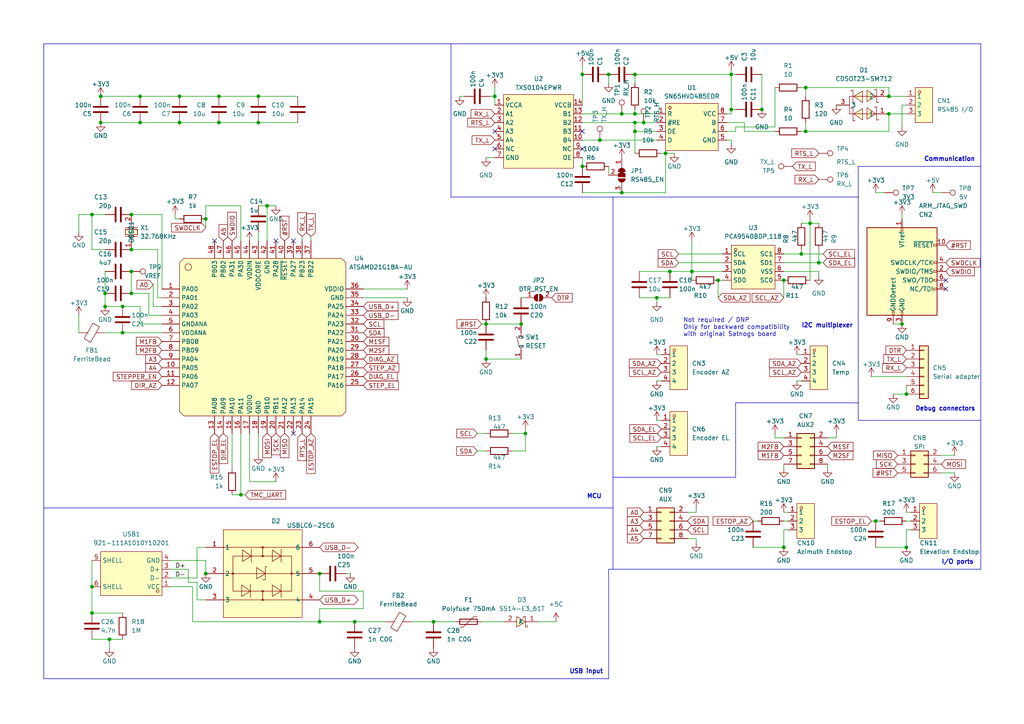
<source format=kicad_sch>
(kicad_sch (version 20230121) (generator eeschema)
  (paper "A4")
  (title_block (title "Power section") (date "2024-02-20") (rev "1.0a") (company "Vogslab"))
  (junction (at 29.21 35.56))
  (junction (at 26.67 177.8))
  (junction (at 212.09 21.59))
  (junction (at 52.07 27.94))
  (junction (at 102.87 180.34))
  (junction (at 92.71 166.37))
  (junction (at 40.64 35.56))
  (junction (at 38.1 62.23))
  (junction (at 38.1 72.39))
  (junction (at 40.64 27.94))
  (junction (at 143.51 27.94))
  (junction (at 69.85 143.51))
  (junction (at 176.53 21.59))
  (junction (at 227.33 158.75))
  (junction (at 152.4 125.73))
  (junction (at 262.89 114.3))
  (junction (at 52.07 35.56))
  (junction (at 26.67 170.18))
  (junction (at 184.15 33.02))
  (junction (at 63.5 35.56))
  (junction (at 35.56 88.9))
  (junction (at 220.98 31.75))
  (junction (at 257.81 27.94))
  (junction (at 173.99 40.64))
  (junction (at 125.73 180.34))
  (junction (at 74.93 35.56))
  (junction (at 31.75 185.42))
  (junction (at 140.97 104.14))
  (junction (at 38.1 85.09))
  (junction (at 59.69 166.37))
  (junction (at 63.5 27.94))
  (junction (at 151.13 93.98))
  (junction (at 212.09 31.75))
  (junction (at 186.69 35.56))
  (junction (at 262.89 158.75))
  (junction (at 194.31 78.74))
  (junction (at 237.49 76.2))
  (junction (at 184.15 38.1))
  (junction (at 200.66 78.74))
  (junction (at 184.15 35.56))
  (junction (at 35.56 96.52))
  (junction (at 29.21 27.94))
  (junction (at 261.62 93.98))
  (junction (at 190.5 86.36))
  (junction (at 233.68 38.1))
  (junction (at 227.33 81.28))
  (junction (at 59.69 63.5))
  (junction (at 30.48 88.9))
  (junction (at 257.81 33.02))
  (junction (at 77.47 59.69))
  (junction (at 30.48 85.09))
  (junction (at 234.95 64.77))
  (junction (at 254 151.13))
  (junction (at 233.68 25.4))
  (junction (at 184.15 21.59))
  (junction (at 74.93 27.94))
  (junction (at 208.28 81.28))
  (junction (at 168.91 21.59))
  (junction (at 180.34 33.02))
  (junction (at 140.97 93.98))
  (junction (at 193.04 44.45))
  (junction (at 168.91 48.26))
  (junction (at 38.1 78.74))
  (junction (at 92.71 180.34))
  (junction (at 26.67 62.23))
  (junction (at 232.41 73.66))
  (junction (at 180.34 55.88))
  (no_connect (at 85.09 125.73))
  (no_connect (at 62.23 69.85))
  (no_connect (at 168.91 43.18))
  (no_connect (at 85.09 69.85))
  (no_connect (at 274.32 81.28))
  (no_connect (at 80.01 69.85))
  (no_connect (at 143.51 38.1))
  (no_connect (at 274.32 83.82))
  (no_connect (at 143.51 43.18))
  (no_connect (at 168.91 38.1))
  (wire (pts (xy 212.09 33.02) (xy 212.09 31.75)))
  (wire (pts (xy 199.39 148.59) (xy 201.93 148.59)))
  (wire (pts (xy 148.59 125.73) (xy 152.4 125.73)))
  (wire (pts (xy 186.69 35.56) (xy 190.5 35.56)))
  (wire (pts (xy 252.73 151.13) (xy 254 151.13)))
  (polyline (pts (xy 248.92 116.84) (xy 213.36 116.84)))
  (wire (pts (xy 237.49 76.2) (xy 238.76 76.2)))
  (wire (pts (xy 213.36 38.1) (xy 210.82 38.1)))
  (wire (pts (xy 143.51 25.4) (xy 143.51 27.94)))
  (wire (pts (xy 224.79 36.83) (xy 213.36 36.83)))
  (wire (pts (xy 257.81 33.02) (xy 262.89 33.02)))
  (wire (pts (xy 237.49 76.2) (xy 237.49 72.39)))
  (wire (pts (xy 194.31 78.74) (xy 200.66 78.74)))
  (wire (pts (xy 180.34 55.88) (xy 193.04 55.88)))
  (wire (pts (xy 140.97 93.98) (xy 151.13 93.98)))
  (wire (pts (xy 105.41 171.45) (xy 105.41 176.53)))
  (wire (pts (xy 74.93 35.56) (xy 86.36 35.56)))
  (wire (pts (xy 69.85 125.73) (xy 69.85 143.51)))
  (wire (pts (xy 49.53 162.56) (xy 59.69 162.56)))
  (wire (pts (xy 168.91 33.02) (xy 180.34 33.02)))
  (wire (pts (xy 190.5 129.54) (xy 191.77 129.54)))
  (wire (pts (xy 232.41 25.4) (xy 233.68 25.4)))
  (wire (pts (xy 87.63 68.58) (xy 87.63 69.85)))
  (wire (pts (xy 168.91 19.05) (xy 168.91 21.59)))
  (wire (pts (xy 152.4 124.46) (xy 152.4 125.73)))
  (wire (pts (xy 38.1 78.74) (xy 38.1 85.09)))
  (wire (pts (xy 213.36 31.75) (xy 212.09 31.75)))
  (wire (pts (xy 30.48 85.09) (xy 30.48 88.9)))
  (wire (pts (xy 261.62 62.23) (xy 261.62 63.5)))
  (wire (pts (xy 257.81 27.94) (xy 262.89 27.94)))
  (wire (pts (xy 29.21 35.56) (xy 40.64 35.56)))
  (wire (pts (xy 26.67 185.42) (xy 31.75 185.42)))
  (wire (pts (xy 67.31 125.73) (xy 67.31 135.89)))
  (wire (pts (xy 55.88 170.18) (xy 55.88 180.34)))
  (wire (pts (xy 184.15 35.56) (xy 184.15 38.1)))
  (wire (pts (xy 63.5 35.56) (xy 74.93 35.56)))
  (wire (pts (xy 90.17 68.58) (xy 90.17 69.85)))
  (wire (pts (xy 224.79 125.73) (xy 224.79 127)))
  (polyline (pts (xy 177.8 57.15) (xy 177.8 137.16)))
  (polyline (pts (xy 213.36 116.84) (xy 213.36 138.43)))
  (wire (pts (xy 26.67 170.18) (xy 26.67 177.8)))
  (polyline (pts (xy 12.7 12.7) (xy 12.7 147.32)))
  (wire (pts (xy 140.97 104.14) (xy 151.13 104.14)))
  (wire (pts (xy 69.85 143.51) (xy 71.12 143.51)))
  (wire (pts (xy 40.64 35.56) (xy 52.07 35.56)))
  (wire (pts (xy 45.72 86.36) (xy 46.99 86.36)))
  (polyline (pts (xy 284.48 48.26) (xy 284.48 121.92)))
  (wire (pts (xy 173.99 40.64) (xy 190.5 40.64)))
  (wire (pts (xy 156.21 180.34) (xy 161.29 180.34)))
  (wire (pts (xy 59.69 162.56) (xy 59.69 166.37)))
  (wire (pts (xy 224.79 127) (xy 227.33 127)))
  (wire (pts (xy 213.36 36.83) (xy 213.36 38.1)))
  (wire (pts (xy 74.93 59.69) (xy 77.47 59.69)))
  (wire (pts (xy 240.03 134.62) (xy 240.03 135.89)))
  (wire (pts (xy 176.53 21.59) (xy 176.53 24.13)))
  (wire (pts (xy 190.5 86.36) (xy 194.31 86.36)))
  (wire (pts (xy 45.72 86.36) (xy 45.72 72.39)))
  (wire (pts (xy 210.82 35.56) (xy 215.9 35.56)))
  (polyline (pts (xy 248.92 121.92) (xy 248.92 57.15)))
  (polyline (pts (xy 284.48 48.26) (xy 248.92 48.26)))
  (polyline (pts (xy 130.81 12.7) (xy 12.7 12.7)))
  (wire (pts (xy 77.47 59.69) (xy 80.01 59.69)))
  (wire (pts (xy 208.28 81.28) (xy 208.28 86.36)))
  (wire (pts (xy 273.05 137.16) (xy 276.86 137.16)))
  (polyline (pts (xy 12.7 147.32) (xy 12.7 196.85)))
  (polyline (pts (xy 248.92 48.26) (xy 248.92 57.15)))
  (wire (pts (xy 92.71 166.37) (xy 92.71 171.45)))
  (wire (pts (xy 232.41 73.66) (xy 232.41 72.39)))
  (wire (pts (xy 227.33 78.74) (xy 237.49 78.74)))
  (wire (pts (xy 54.61 168.91) (xy 57.15 168.91)))
  (wire (pts (xy 262.89 158.75) (xy 262.89 153.67)))
  (wire (pts (xy 191.77 121.92) (xy 190.5 121.92)))
  (wire (pts (xy 184.15 21.59) (xy 184.15 24.13)))
  (wire (pts (xy 69.85 69.85) (xy 69.85 59.69)))
  (wire (pts (xy 262.89 111.76) (xy 262.89 114.3)))
  (wire (pts (xy 69.85 59.69) (xy 59.69 59.69)))
  (wire (pts (xy 232.41 73.66) (xy 238.76 73.66)))
  (wire (pts (xy 143.51 45.72) (xy 140.97 45.72)))
  (wire (pts (xy 152.4 130.81) (xy 148.59 130.81)))
  (wire (pts (xy 46.99 62.23) (xy 38.1 62.23)))
  (wire (pts (xy 201.93 156.21) (xy 201.93 157.48)))
  (wire (pts (xy 220.98 21.59) (xy 220.98 31.75)))
  (wire (pts (xy 45.72 72.39) (xy 38.1 72.39)))
  (wire (pts (xy 224.79 25.4) (xy 224.79 36.83)))
  (wire (pts (xy 257.81 33.02) (xy 257.81 38.1)))
  (wire (pts (xy 259.08 114.3) (xy 262.89 114.3)))
  (polyline (pts (xy 284.48 12.7) (xy 284.48 48.26)))
  (wire (pts (xy 35.56 88.9) (xy 40.64 88.9)))
  (wire (pts (xy 218.44 151.13) (xy 219.71 151.13)))
  (polyline (pts (xy 284.48 165.1) (xy 177.8 165.1)))
  (wire (pts (xy 193.04 55.88) (xy 193.04 44.45)))
  (wire (pts (xy 133.35 27.94) (xy 134.62 27.94)))
  (wire (pts (xy 30.48 72.39) (xy 26.67 72.39)))
  (wire (pts (xy 44.45 88.9) (xy 46.99 88.9)))
  (wire (pts (xy 102.87 180.34) (xy 111.76 180.34)))
  (wire (pts (xy 212.09 40.64) (xy 210.82 40.64)))
  (wire (pts (xy 200.66 69.85) (xy 200.66 78.74)))
  (wire (pts (xy 212.09 40.64) (xy 212.09 41.91)))
  (wire (pts (xy 168.91 21.59) (xy 168.91 30.48)))
  (wire (pts (xy 52.07 27.94) (xy 63.5 27.94)))
  (wire (pts (xy 232.41 102.87) (xy 231.14 102.87)))
  (wire (pts (xy 72.39 139.7) (xy 80.01 139.7)))
  (wire (pts (xy 201.93 148.59) (xy 201.93 147.32)))
  (wire (pts (xy 184.15 38.1) (xy 184.15 44.45)))
  (wire (pts (xy 29.21 27.94) (xy 40.64 27.94)))
  (wire (pts (xy 43.18 91.44) (xy 43.18 85.09)))
  (wire (pts (xy 262.89 148.59) (xy 264.16 148.59)))
  (wire (pts (xy 184.15 33.02) (xy 190.5 33.02)))
  (wire (pts (xy 242.57 127) (xy 242.57 125.73)))
  (wire (pts (xy 139.7 93.98) (xy 140.97 93.98)))
  (wire (pts (xy 237.49 78.74) (xy 237.49 80.01)))
  (wire (pts (xy 234.95 81.28) (xy 234.95 64.77)))
  (wire (pts (xy 176.53 50.8) (xy 176.53 48.26)))
  (wire (pts (xy 168.91 40.64) (xy 173.99 40.64)))
  (wire (pts (xy 52.07 35.56) (xy 63.5 35.56)))
  (wire (pts (xy 234.95 64.77) (xy 237.49 64.77)))
  (wire (pts (xy 30.48 96.52) (xy 35.56 96.52)))
  (wire (pts (xy 54.61 165.1) (xy 54.61 168.91)))
  (wire (pts (xy 140.97 104.14) (xy 140.97 101.6)))
  (wire (pts (xy 199.39 156.21) (xy 201.93 156.21)))
  (polyline (pts (xy 284.48 121.92) (xy 284.48 165.1)))
  (polyline (pts (xy 130.81 12.7) (xy 284.48 12.7)))
  (wire (pts (xy 186.69 35.56) (xy 184.15 35.56)))
  (wire (pts (xy 227.33 73.66) (xy 232.41 73.66)))
  (wire (pts (xy 191.77 44.45) (xy 193.04 44.45)))
  (wire (pts (xy 143.51 27.94) (xy 143.51 30.48)))
  (wire (pts (xy 31.75 185.42) (xy 35.56 185.42)))
  (wire (pts (xy 26.67 62.23) (xy 30.48 62.23)))
  (wire (pts (xy 254 158.75) (xy 262.89 158.75)))
  (wire (pts (xy 240.03 127) (xy 242.57 127)))
  (wire (pts (xy 184.15 31.75) (xy 184.15 33.02)))
  (wire (pts (xy 233.68 35.56) (xy 233.68 38.1)))
  (wire (pts (xy 40.64 88.9) (xy 40.64 93.98)))
  (wire (pts (xy 30.48 78.74) (xy 30.48 85.09)))
  (wire (pts (xy 22.86 62.23) (xy 26.67 62.23)))
  (polyline (pts (xy 12.7 147.32) (xy 177.8 147.32)))
  (wire (pts (xy 215.9 35.56) (xy 215.9 38.1)))
  (wire (pts (xy 262.89 151.13) (xy 264.16 151.13)))
  (wire (pts (xy 232.41 64.77) (xy 234.95 64.77)))
  (wire (pts (xy 270.51 55.88) (xy 273.05 55.88)))
  (wire (pts (xy 49.53 165.1) (xy 54.61 165.1)))
  (wire (pts (xy 77.47 59.69) (xy 77.47 69.85)))
  (wire (pts (xy 63.5 27.94) (xy 74.93 27.94)))
  (wire (pts (xy 273.05 132.08) (xy 276.86 132.08)))
  (wire (pts (xy 184.15 21.59) (xy 212.09 21.59)))
  (wire (pts (xy 227.33 76.2) (xy 237.49 76.2)))
  (wire (pts (xy 26.67 162.56) (xy 26.67 170.18)))
  (wire (pts (xy 119.38 180.34) (xy 125.73 180.34)))
  (wire (pts (xy 232.41 38.1) (xy 233.68 38.1)))
  (wire (pts (xy 40.64 93.98) (xy 46.99 93.98)))
  (wire (pts (xy 152.4 125.73) (xy 152.4 130.81)))
  (wire (pts (xy 57.15 158.75) (xy 59.69 158.75)))
  (wire (pts (xy 59.69 63.5) (xy 59.69 66.04)))
  (wire (pts (xy 31.75 185.42) (xy 31.75 187.96)))
  (wire (pts (xy 55.88 170.18) (xy 49.53 170.18)))
  (polyline (pts (xy 176.53 196.85) (xy 176.53 165.1)))
  (wire (pts (xy 191.77 102.87) (xy 190.5 102.87)))
  (polyline (pts (xy 177.8 137.16) (xy 177.8 165.1)))
  (wire (pts (xy 72.39 125.73) (xy 72.39 139.7)))
  (wire (pts (xy 57.15 173.99) (xy 59.69 173.99)))
  (wire (pts (xy 185.42 86.36) (xy 190.5 86.36)))
  (polyline (pts (xy 213.36 138.43) (xy 177.8 138.43)))
  (wire (pts (xy 26.67 177.8) (xy 35.56 177.8)))
  (wire (pts (xy 257.81 25.4) (xy 257.81 27.94)))
  (wire (pts (xy 74.93 125.73) (xy 74.93 132.08)))
  (wire (pts (xy 259.08 93.98) (xy 261.62 93.98)))
  (wire (pts (xy 43.18 85.09) (xy 38.1 85.09)))
  (wire (pts (xy 252.73 109.22) (xy 262.89 109.22)))
  (wire (pts (xy 262.89 153.67) (xy 264.16 153.67)))
  (wire (pts (xy 227.33 148.59) (xy 228.6 148.59)))
  (wire (pts (xy 92.71 176.53) (xy 92.71 180.34)))
  (wire (pts (xy 59.69 59.69) (xy 59.69 63.5)))
  (wire (pts (xy 74.93 27.94) (xy 86.36 27.94)))
  (wire (pts (xy 49.53 167.64) (xy 57.15 167.64)))
  (wire (pts (xy 168.91 55.88) (xy 180.34 55.88)))
  (wire (pts (xy 190.5 110.49) (xy 191.77 110.49)))
  (wire (pts (xy 254 55.88) (xy 256.54 55.88)))
  (wire (pts (xy 233.68 38.1) (xy 257.81 38.1)))
  (wire (pts (xy 46.99 83.82) (xy 46.99 62.23)))
  (wire (pts (xy 185.42 78.74) (xy 194.31 78.74)))
  (wire (pts (xy 227.33 134.62) (xy 227.33 135.89)))
  (wire (pts (xy 138.43 130.81) (xy 140.97 130.81)))
  (wire (pts (xy 22.86 67.31) (xy 22.86 62.23)))
  (wire (pts (xy 233.68 25.4) (xy 257.81 25.4)))
  (polyline (pts (xy 248.92 121.92) (xy 284.48 121.92)))
  (wire (pts (xy 92.71 180.34) (xy 102.87 180.34)))
  (wire (pts (xy 190.5 86.36) (xy 190.5 87.63)))
  (wire (pts (xy 261.62 30.48) (xy 262.89 30.48)))
  (wire (pts (xy 142.24 27.94) (xy 143.51 27.94)))
  (wire (pts (xy 234.95 63.5) (xy 234.95 64.77)))
  (wire (pts (xy 196.85 73.66) (xy 209.55 73.66)))
  (wire (pts (xy 200.66 81.28) (xy 200.66 78.74)))
  (wire (pts (xy 105.41 83.82) (xy 118.11 83.82)))
  (wire (pts (xy 227.33 153.67) (xy 228.6 153.67)))
  (wire (pts (xy 125.73 180.34) (xy 132.08 180.34)))
  (polyline (pts (xy 130.81 57.15) (xy 248.92 57.15)))
  (wire (pts (xy 212.09 21.59) (xy 212.09 31.75)))
  (wire (pts (xy 218.44 158.75) (xy 227.33 158.75)))
  (wire (pts (xy 92.71 171.45) (xy 105.41 171.45)))
  (wire (pts (xy 180.34 33.02) (xy 184.15 33.02)))
  (wire (pts (xy 55.88 180.34) (xy 92.71 180.34)))
  (wire (pts (xy 50.8 63.5) (xy 52.07 63.5)))
  (wire (pts (xy 138.43 125.73) (xy 140.97 125.73)))
  (wire (pts (xy 227.33 81.28) (xy 227.33 86.36)))
  (wire (pts (xy 26.67 72.39) (xy 26.67 62.23)))
  (wire (pts (xy 208.28 81.28) (xy 209.55 81.28)))
  (wire (pts (xy 227.33 158.75) (xy 227.33 153.67)))
  (wire (pts (xy 46.99 91.44) (xy 43.18 91.44)))
  (wire (pts (xy 184.15 38.1) (xy 190.5 38.1)))
  (wire (pts (xy 254 151.13) (xy 255.27 151.13)))
  (wire (pts (xy 50.8 62.23) (xy 50.8 63.5)))
  (wire (pts (xy 196.85 76.2) (xy 209.55 76.2)))
  (wire (pts (xy 22.86 91.44) (xy 22.86 96.52)))
  (wire (pts (xy 212.09 20.32) (xy 212.09 21.59)))
  (wire (pts (xy 67.31 143.51) (xy 69.85 143.51)))
  (wire (pts (xy 210.82 33.02) (xy 212.09 33.02)))
  (polyline (pts (xy 130.81 57.15) (xy 130.81 12.7)))
  (polyline (pts (xy 176.53 165.1) (xy 177.8 165.1)))
  (wire (pts (xy 74.93 67.31) (xy 74.93 69.85)))
  (wire (pts (xy 105.41 86.36) (xy 118.11 86.36)))
  (wire (pts (xy 231.14 110.49) (xy 232.41 110.49)))
  (polyline (pts (xy 12.7 196.85) (xy 176.53 196.85)))
  (wire (pts (xy 227.33 151.13) (xy 228.6 151.13)))
  (wire (pts (xy 212.09 21.59) (xy 213.36 21.59)))
  (wire (pts (xy 168.91 35.56) (xy 184.15 35.56)))
  (wire (pts (xy 193.04 44.45) (xy 195.58 44.45)))
  (wire (pts (xy 30.48 88.9) (xy 35.56 88.9)))
  (wire (pts (xy 40.64 27.94) (xy 52.07 27.94)))
  (wire (pts (xy 57.15 167.64) (xy 57.15 158.75)))
  (wire (pts (xy 44.45 82.55) (xy 44.45 88.9)))
  (wire (pts (xy 215.9 38.1) (xy 224.79 38.1)))
  (wire (pts (xy 146.05 180.34) (xy 139.7 180.34)))
  (wire (pts (xy 261.62 30.48) (xy 261.62 36.83)))
  (wire (pts (xy 151.13 86.36) (xy 152.4 86.36)))
  (wire (pts (xy 168.91 45.72) (xy 168.91 48.26)))
  (wire (pts (xy 105.41 176.53) (xy 92.71 176.53)))
  (wire (pts (xy 233.68 25.4) (xy 233.68 27.94)))
  (wire (pts (xy 35.56 96.52) (xy 46.99 96.52)))
  (wire (pts (xy 57.15 168.91) (xy 57.15 173.99)))
  (wire (pts (xy 200.66 78.74) (xy 209.55 78.74)))
  (wire (pts (xy 100.33 166.37) (xy 101.6 166.37)))
  (text "Communication" (at 267.97 46.99 0) (effects (font (size 1.27 1.27) (thickness 0.254) bold) (justify left bottom)))
  (text "I2C multiplexer" (at 232.41 95.25 0) (effects (font (size 1.27 1.27) (thickness 0.254) bold) (justify left bottom)))
  (text "Debug connectors" (at 265.43 119.38 0) (effects (font (size 1.27 1.27) (thickness 0.254) bold) (justify left bottom)))
  (text "I/O ports" (at 273.05 163.83 0) (effects (font (size 1.27 1.27) (thickness 0.254) bold) (justify left bottom)))
  (text "MCU" (at 170.18 144.78 0) (effects (font (size 1.27 1.27) bold) (justify left bottom)))
  (text "USB input" (at 165.1 195.58 0) (effects (font (size 1.27 1.27) bold) (justify left bottom)))
  (text "Not required / DNP\nOnly for backward compatibility \nwith original Satnogs board" (at 198.12 97.79 0) (effects (font (size 1.27 1.27)) (justify left bottom)))
  (label "D-" (at 50.8 167.64 0))
  (label "D+" (at 50.8 165.1 0))
  (global_label "ESTOP_AZ" (shape input) (at 90.17 125.73 270) (property "Intersheetrefs" "${INTERSHEET_REFS}" (effects hide)))
  (global_label "DIAG_EL" (shape input) (at 105.41 109.22 0) (property "Intersheetrefs" "${INTERSHEET_REFS}" (effects hide)))
  (global_label "TX_L" (shape input) (at 143.51 40.64 180) (property "Intersheetrefs" "${INTERSHEET_REFS}" (effects hide)))
  (global_label "A5" (shape input) (at 64.77 69.85 90) (property "Intersheetrefs" "${INTERSHEET_REFS}" (effects hide)))
  (global_label "SWDIO" (shape input) (at 274.32 78.74 0) (property "Intersheetrefs" "${INTERSHEET_REFS}" (effects hide)))
  (global_label "M1FB" (shape input) (at 46.99 99.06 180) (property "Intersheetrefs" "${INTERSHEET_REFS}" (effects hide)))
  (global_label "RX_L" (shape input) (at 87.63 68.58 90) (property "Intersheetrefs" "${INTERSHEET_REFS}" (effects hide)))
  (global_label "SCL" (shape input) (at 138.43 125.73 180) (property "Intersheetrefs" "${INTERSHEET_REFS}" (effects hide)))
  (global_label "DTR" (shape input) (at 160.02 86.36 0) (property "Intersheetrefs" "${INTERSHEET_REFS}" (effects hide)))
  (global_label "SCK" (shape input) (at 80.01 125.73 270) (property "Intersheetrefs" "${INTERSHEET_REFS}" (effects hide)))
  (global_label "SCL_EL" (shape input) (at 238.76 73.66 0) (property "Intersheetrefs" "${INTERSHEET_REFS}" (effects hide)))
  (global_label "M2SF" (shape input) (at 105.41 101.6 0) (property "Intersheetrefs" "${INTERSHEET_REFS}" (effects hide)))
  (global_label "SCL" (shape input) (at 105.41 93.98 0) (property "Intersheetrefs" "${INTERSHEET_REFS}" (effects hide)))
  (global_label "RX_L" (shape input) (at 262.89 106.68 180) (property "Intersheetrefs" "${INTERSHEET_REFS}" (effects hide)))
  (global_label "#RST" (shape input) (at 82.55 69.85 90) (property "Intersheetrefs" "${INTERSHEET_REFS}" (effects hide)))
  (global_label "USB_D-" (shape input) (at 105.41 91.44 0) (property "Intersheetrefs" "${INTERSHEET_REFS}" (effects hide)))
  (global_label "DIR_AZ" (shape input) (at 46.99 111.76 180) (property "Intersheetrefs" "${INTERSHEET_REFS}" (effects hide)))
  (global_label "SDA_EL" (shape input) (at 238.76 76.2 0) (property "Intersheetrefs" "${INTERSHEET_REFS}" (effects hide)))
  (global_label "A0" (shape input) (at 44.45 82.55 180) (property "Intersheetrefs" "${INTERSHEET_REFS}" (effects hide)))
  (global_label "SDA_AZ" (shape input) (at 191.77 105.41 180) (property "Intersheetrefs" "${INTERSHEET_REFS}" (effects hide)))
  (global_label "USB_D+" (shape bidirectional) (at 92.71 173.99 0) (property "Intersheetrefs" "${INTERSHEET_REFS}" (effects hide)))
  (global_label "TX_L" (shape input) (at 90.17 68.58 90) (property "Intersheetrefs" "${INTERSHEET_REFS}" (effects hide)))
  (global_label "STEP_EL" (shape input) (at 105.41 111.76 0) (property "Intersheetrefs" "${INTERSHEET_REFS}" (effects hide)))
  (global_label "RTS_L" (shape input) (at 143.51 35.56 180) (property "Intersheetrefs" "${INTERSHEET_REFS}" (effects hide)))
  (global_label "DIR_EL" (shape input) (at 64.77 125.73 270) (property "Intersheetrefs" "${INTERSHEET_REFS}" (effects hide)))
  (global_label "RTS_L" (shape input) (at 87.63 125.73 270) (property "Intersheetrefs" "${INTERSHEET_REFS}" (effects hide)))
  (global_label "MOSI" (shape input) (at 77.47 125.73 270) (property "Intersheetrefs" "${INTERSHEET_REFS}" (effects hide)))
  (global_label "RTS_L" (shape input) (at 237.49 44.45 180) (property "Intersheetrefs" "${INTERSHEET_REFS}" (effects hide)))
  (global_label "RX_L" (shape input) (at 237.49 52.07 180) (property "Intersheetrefs" "${INTERSHEET_REFS}" (effects hide)))
  (global_label "A5" (shape input) (at 186.69 156.21 180) (property "Intersheetrefs" "${INTERSHEET_REFS}" (effects hide)))
  (global_label "TX_L" (shape input) (at 229.87 48.26 0) (property "Intersheetrefs" "${INTERSHEET_REFS}" (effects hide)))
  (global_label "TX_L" (shape input) (at 262.89 104.14 180) (property "Intersheetrefs" "${INTERSHEET_REFS}" (effects hide)))
  (global_label "TMC_UART" (shape input) (at 71.12 143.51 0) (property "Intersheetrefs" "${INTERSHEET_REFS}" (effects hide)))
  (global_label "SDA" (shape input) (at 138.43 130.81 180) (property "Intersheetrefs" "${INTERSHEET_REFS}" (effects hide)))
  (global_label "STEP_AZ" (shape input) (at 105.41 106.68 0) (property "Intersheetrefs" "${INTERSHEET_REFS}" (effects hide)))
  (global_label "USB_D+" (shape input) (at 105.41 88.9 0) (property "Intersheetrefs" "${INTERSHEET_REFS}" (effects hide)))
  (global_label "SDA" (shape input) (at 196.85 76.2 180) (property "Intersheetrefs" "${INTERSHEET_REFS}" (effects hide)))
  (global_label "SCL_EL" (shape input) (at 191.77 127 180) (property "Intersheetrefs" "${INTERSHEET_REFS}" (effects hide)))
  (global_label "MISO" (shape input) (at 260.35 132.08 180) (property "Intersheetrefs" "${INTERSHEET_REFS}" (effects hide)))
  (global_label "M2FB" (shape input) (at 227.33 129.54 180) (property "Intersheetrefs" "${INTERSHEET_REFS}" (effects hide)))
  (global_label "M1FB" (shape input) (at 227.33 132.08 180) (property "Intersheetrefs" "${INTERSHEET_REFS}" (effects hide)))
  (global_label "DTR" (shape input) (at 262.89 101.6 180) (property "Intersheetrefs" "${INTERSHEET_REFS}" (effects hide)))
  (global_label "SDA_AZ" (shape input) (at 232.41 105.41 180) (property "Intersheetrefs" "${INTERSHEET_REFS}" (effects hide)))
  (global_label "USB_D-" (shape bidirectional) (at 92.71 158.75 0) (property "Intersheetrefs" "${INTERSHEET_REFS}" (effects hide)))
  (global_label "SCK" (shape input) (at 260.35 134.62 180) (property "Intersheetrefs" "${INTERSHEET_REFS}" (effects hide)))
  (global_label "SCL_AZ" (shape input) (at 191.77 107.95 180) (property "Intersheetrefs" "${INTERSHEET_REFS}" (effects hide)))
  (global_label "M1SF" (shape input) (at 105.41 99.06 0) (property "Intersheetrefs" "${INTERSHEET_REFS}" (effects hide)))
  (global_label "MISO" (shape input) (at 82.55 125.73 270) (property "Intersheetrefs" "${INTERSHEET_REFS}" (effects hide)))
  (global_label "SCL_AZ" (shape input) (at 227.33 86.36 180) (property "Intersheetrefs" "${INTERSHEET_REFS}" (effects hide)))
  (global_label "#RST" (shape input) (at 260.35 137.16 180) (property "Intersheetrefs" "${INTERSHEET_REFS}" (effects hide)))
  (global_label "SDA_EL" (shape input) (at 191.77 124.46 180) (property "Intersheetrefs" "${INTERSHEET_REFS}" (effects hide)))
  (global_label "SWDCLK" (shape input) (at 274.32 76.2 0) (property "Intersheetrefs" "${INTERSHEET_REFS}" (effects hide)))
  (global_label "A4" (shape input) (at 186.69 153.67 180) (property "Intersheetrefs" "${INTERSHEET_REFS}" (effects hide)))
  (global_label "ESTOP_EL" (shape input) (at 252.73 151.13 180) (property "Intersheetrefs" "${INTERSHEET_REFS}" (effects hide)))
  (global_label "SDA" (shape input) (at 199.39 151.13 0) (property "Intersheetrefs" "${INTERSHEET_REFS}" (effects hide)))
  (global_label "M2SF" (shape input) (at 240.03 132.08 0) (property "Intersheetrefs" "${INTERSHEET_REFS}" (effects hide)))
  (global_label "SCL_AZ" (shape input) (at 232.41 107.95 180) (property "Intersheetrefs" "${INTERSHEET_REFS}" (effects hide)))
  (global_label "RX_L" (shape input) (at 143.51 33.02 180) (property "Intersheetrefs" "${INTERSHEET_REFS}" (effects hide)))
  (global_label "SWDCLK" (shape input) (at 59.69 66.04 180) (property "Intersheetrefs" "${INTERSHEET_REFS}" (effects hide)))
  (global_label "SCL" (shape input) (at 199.39 153.67 0) (property "Intersheetrefs" "${INTERSHEET_REFS}" (effects hide)))
  (global_label "ESTOP_EL" (shape input) (at 62.23 125.73 270) (property "Intersheetrefs" "${INTERSHEET_REFS}" (effects hide)))
  (global_label "A3" (shape input) (at 186.69 151.13 180) (property "Intersheetrefs" "${INTERSHEET_REFS}" (effects hide)))
  (global_label "M1SF" (shape input) (at 240.03 129.54 0) (property "Intersheetrefs" "${INTERSHEET_REFS}" (effects hide)))
  (global_label "#RST" (shape input) (at 139.7 93.98 180) (property "Intersheetrefs" "${INTERSHEET_REFS}" (effects hide)))
  (global_label "ESTOP_AZ" (shape input) (at 218.44 151.13 180) (property "Intersheetrefs" "${INTERSHEET_REFS}" (effects hide)))
  (global_label "A0" (shape input) (at 186.69 148.59 180) (property "Intersheetrefs" "${INTERSHEET_REFS}" (effects hide)))
  (global_label "SDA_AZ" (shape input) (at 208.28 86.36 0) (property "Intersheetrefs" "${INTERSHEET_REFS}" (effects hide)))
  (global_label "SCL" (shape input) (at 196.85 73.66 180) (property "Intersheetrefs" "${INTERSHEET_REFS}" (effects hide)))
  (global_label "DIAG_AZ" (shape input) (at 105.41 104.14 0) (property "Intersheetrefs" "${INTERSHEET_REFS}" (effects hide)))
  (global_label "#RST" (shape input) (at 274.32 71.12 0) (property "Intersheetrefs" "${INTERSHEET_REFS}" (effects hide)))
  (global_label "SWDIO" (shape input) (at 67.31 69.85 90) (property "Intersheetrefs" "${INTERSHEET_REFS}" (effects hide)))
  (global_label "A3" (shape input) (at 46.99 104.14 180) (property "Intersheetrefs" "${INTERSHEET_REFS}" (effects hide)))
  (global_label "M2FB" (shape input) (at 46.99 101.6 180) (property "Intersheetrefs" "${INTERSHEET_REFS}" (effects hide)))
  (global_label "SDA" (shape input) (at 105.41 96.52 0) (property "Intersheetrefs" "${INTERSHEET_REFS}" (effects hide)))
  (global_label "MOSI" (shape input) (at 273.05 134.62 0) (property "Intersheetrefs" "${INTERSHEET_REFS}" (effects hide)))
  (global_label "STEPPER_EN" (shape input) (at 46.99 109.22 180) (property "Intersheetrefs" "${INTERSHEET_REFS}" (effects hide)))
  (global_label "A4" (shape input) (at 46.99 106.68 180) (property "Intersheetrefs" "${INTERSHEET_REFS}" (effects hide)))
  (symbol (lib_id "easyeda2kicad:GT-TC060A-H025-L1") (at 151.13 99.06 90) (unit 1)
    (property "Reference" "SW1" (at 152.4 97.7899 90) (effects (justify right)))
    (property "Value" "RESET" (at 152.4 100.3299 90) (effects (justify right)))
    (property "Footprint" "easyeda2kicad:SW-SMD_L6.1-W3.5-LS8.0" (effects hide))
    (property "Manufacturer" "G-Switch(品赞)" (effects hide))
    (property "LCSC Part" "C5117870" (effects hide))
    (property "JLC Part" "Extended Part" (effects hide))
  )
  (symbol (lib_id "power:GND") (at 240.03 135.89 0) (unit 1)
    (property "Reference" "#PWR047" (effects hide))
    (property "Value" "GND" (at 240.03 139.7 0))
  )
  (symbol (lib_id "Device:C") (at 34.29 85.09 90) (mirror x) (unit 1)
    (property "Reference" "C19" (at 27.94 83.82 90) (effects (justify right)))
    (property "Value" "100n" (at 27.94 81.28 90) (effects (justify right)))
    (property "Footprint" "Capacitor_SMD:C_0603_1608Metric_Pad1.08x0.95mm_HandSolder" (effects hide))
    (property "VMin" "16V" (effects hide))
    (property "LCSC_id" "C1591" (effects hide))
  )
  (symbol (lib_id "power:GND") (at 227.33 158.75 0) (unit 1)
    (property "Reference" "#PWR054" (effects hide))
    (property "Value" "GND" (at 227.33 162.56 0))
  )
  (symbol (lib_id "easyeda2kicad:HC-XH-3A-G") (at 233.68 151.13 0) (unit 1)
    (property "Reference" "CN10" (at 231.14 157.48 0) (effects (justify left)))
    (property "Value" "Azimuth Endstop" (at 231.14 160.02 0) (effects (justify left)))
    (property "Footprint" "Connector_PinHeader_2.54mm:PinHeader_1x03_P2.54mm_Vertical" (effects hide))
    (property "Manufacturer" "HCTL(华灿天禄)" (effects hide))
    (property "LCSC Part" "C5341202" (effects hide))
  )
  (symbol (lib_id "Device:R") (at 184.15 27.94 180) (unit 1)
    (property "Reference" "R2" (at 186.69 26.6699 0) (effects (justify right)))
    (property "Value" "10k" (at 186.69 29.2099 0) (effects (justify right)))
    (property "Footprint" "Resistor_SMD:R_0805_2012Metric_Pad1.20x1.40mm_HandSolder" (effects hide))
    (property "LCSC_id" "C25612" (effects hide))
  )
  (symbol (lib_id "power:GND") (at 237.49 80.01 0) (unit 1)
    (property "Reference" "#PWR024" (effects hide))
    (property "Value" "GND" (at 237.49 85.09 0))
  )
  (symbol (lib_id "power:GND") (at 261.62 93.98 0) (unit 1)
    (property "Reference" "#PWR031" (effects hide))
    (property "Value" "GND" (at 261.62 97.79 0))
  )
  (symbol (lib_id "Device:C") (at 185.42 82.55 180) (unit 1)
    (property "Reference" "C17" (at 187.96 81.28 0) (effects (justify right)))
    (property "Value" "10u" (at 187.96 83.82 0) (effects (justify right)))
    (property "Footprint" "Resistor_SMD:R_1206_3216Metric_Pad1.30x1.75mm_HandSolder" (effects hide))
    (property "LCSC_id" "C89632" (effects hide))
  )
  (symbol (lib_id "Device:C") (at 125.73 184.15 180) (unit 1)
    (property "Reference" "C28" (at 129.54 182.8799 0) (effects (justify right)))
    (property "Value" "1n C0G" (at 129.54 185.4199 0) (effects (justify right)))
    (property "Footprint" "Resistor_SMD:R_0603_1608Metric_Pad0.98x0.95mm_HandSolder" (effects hide))
    (property "LCSC_id" "C3909020" (effects hide))
  )
  (symbol (lib_id "power:+3V3") (at 22.86 91.44 0) (unit 1)
    (property "Reference" "#PWR030" (effects hide))
    (property "Value" "+3V3" (at 22.86 87.884 0))
  )
  (symbol (lib_id "power:GND") (at 212.09 41.91 0) (unit 1)
    (property "Reference" "#PWR011" (effects hide))
    (property "Value" "GND" (at 212.09 46.99 0))
  )
  (symbol (lib_id "power:+3V3") (at 29.21 27.94 0) (unit 1)
    (property "Reference" "#PWR05" (effects hide))
    (property "Value" "+3V3" (at 29.21 24.384 0))
  )
  (symbol (lib_id "Device:R") (at 223.52 151.13 270) (unit 1)
    (property "Reference" "R16" (at 222.25 146.05 90))
    (property "Value" "200" (at 222.25 148.59 90))
    (property "Footprint" "Resistor_SMD:R_0603_1608Metric_Pad0.98x0.95mm_HandSolder" (effects hide))
    (property "LCSC_id" "C103389" (effects hide))
  )
  (symbol (lib_id "Device:C") (at 35.56 92.71 0) (mirror y) (unit 1)
    (property "Reference" "C21" (at 38.1 93.98 0) (effects (justify right)))
    (property "Value" "100n" (at 38.1 91.44 0) (effects (justify right)))
    (property "Footprint" "Capacitor_SMD:C_0603_1608Metric_Pad1.08x0.95mm_HandSolder" (effects hide))
    (property "VMin" "16V" (effects hide))
    (property "LCSC_id" "C1591" (effects hide))
  )
  (symbol (lib_id "power:+5V") (at 212.09 20.32 0) (unit 1)
    (property "Reference" "#PWR02" (effects hide))
    (property "Value" "+5V" (at 212.09 16.764 0))
  )
  (symbol (lib_id "Device:C") (at 86.36 31.75 0) (mirror x) (unit 1)
    (property "Reference" "C10" (at 82.55 30.4799 0) (effects (justify right)))
    (property "Value" "10u" (at 82.55 33.0199 0) (effects (justify right)))
    (property "Footprint" "Resistor_SMD:R_1206_3216Metric_Pad1.30x1.75mm_HandSolder" (effects hide))
    (property "LCSC_id" "C89632" (effects hide))
  )
  (symbol (lib_id "easyeda2kicad:XH-4A_C722867") (at 237.49 106.68 0) (unit 1)
    (property "Reference" "CN4" (at 241.3 105.4099 0) (effects (justify left)))
    (property "Value" "Temp" (at 241.3 107.9499 0) (effects (justify left)))
    (property "Footprint" "Connector_PinHeader_2.54mm:PinHeader_1x04_P2.54mm_Vertical" (effects hide))
    (property "Datasheet" "https://lcsc.com/product-detail/Wire-To-Board-Wire-To-Wire-Connector_CAX-XH-4A_C722867.html" (effects hide))
    (property "Manufacturer" "CAX(创都)" (effects hide))
    (property "LCSC Part" "C722867" (effects hide))
    (property "JLC Part" "Extended Part" (effects hide))
  )
  (symbol (lib_id "power:GND") (at 80.01 59.69 0) (unit 1)
    (property "Reference" "#PWR017" (effects hide))
    (property "Value" "GND" (at 80.01 63.5 0))
  )
  (symbol (lib_id "power:GND") (at 190.5 87.63 0) (unit 1)
    (property "Reference" "#PWR028" (effects hide))
    (property "Value" "GND" (at 190.5 92.71 0))
  )
  (symbol (lib_id "Device:R") (at 172.72 48.26 270) (unit 1)
    (property "Reference" "R6" (at 172.72 45.72 90) (effects (justify right)))
    (property "Value" "100k" (at 173.99 43.18 90) (effects (justify right)))
    (property "Footprint" "Resistor_SMD:R_0805_2012Metric_Pad1.20x1.40mm_HandSolder" (effects hide))
    (property "LCSC_id" "C25611" (effects hide))
  )
  (symbol (lib_id "power:GND") (at 118.11 86.36 0) (unit 1)
    (property "Reference" "#PWR026" (effects hide))
    (property "Value" "GND" (at 118.11 90.17 0))
  )
  (symbol (lib_id "Connector_Generic:Conn_01x06") (at 267.97 106.68 0) (unit 1)
    (property "Reference" "CN5" (at 270.51 106.6799 0) (effects (justify left)))
    (property "Value" "Serial adapter" (at 270.51 109.2199 0) (effects (justify left)))
    (property "Footprint" "Connector_PinHeader_2.54mm:PinHeader_1x06_P2.54mm_Vertical" (effects hide))
  )
  (symbol (lib_id "Device:C") (at 34.29 78.74 90) (unit 1)
    (property "Reference" "C16" (at 30.48 73.66 90))
    (property "Value" "4u7" (at 30.48 76.2 90))
    (property "Footprint" "Capacitor_SMD:C_0805_2012Metric_Pad1.18x1.45mm_HandSolder" (effects hide))
    (property "LCSC_id" "C98192" (effects hide))
  )
  (symbol (lib_id "easyeda2kicad:921-111A1010Y10201") (at 36.83 167.64 180) (unit 1)
    (property "Reference" "USB1" (at 38.1 154.94 0))
    (property "Value" "921-111A1010Y10201" (at 38.1 157.48 0))
    (property "Footprint" "easyeda2kicad:USB-B-TH_921-111A1010Y10201" (effects hide))
    (property "Manufacturer" "精拓金" (effects hide))
    (property "LCSC Part" "C2763094" (effects hide))
    (property "JLC Part" "Extended Part" (effects hide))
  )
  (symbol (lib_id "power:GND") (at 190.5 129.54 0) (unit 1)
    (property "Reference" "#PWR043" (effects hide))
    (property "Value" "GND" (at 190.5 133.35 0))
  )
  (symbol (lib_id "Device:R") (at 259.08 151.13 270) (unit 1)
    (property "Reference" "R17" (at 257.81 146.05 90))
    (property "Value" "200" (at 257.81 148.59 90))
    (property "Footprint" "Resistor_SMD:R_0603_1608Metric_Pad0.98x0.95mm_HandSolder" (effects hide))
    (property "LCSC_id" "C103389" (effects hide))
  )
  (symbol (lib_id "power:+5V") (at 168.91 19.05 0) (unit 1)
    (property "Reference" "#PWR01" (effects hide))
    (property "Value" "+5V" (at 168.91 15.494 0))
  )
  (symbol (lib_id "Device:C") (at 151.13 90.17 0) (mirror y) (unit 1)
    (property "Reference" "C20" (at 153.67 91.44 0) (effects (justify right)))
    (property "Value" "100n" (at 153.67 88.9 0) (effects (justify right)))
    (property "Footprint" "Capacitor_SMD:C_0603_1608Metric_Pad1.08x0.95mm_HandSolder" (effects hide))
    (property "VMin" "16V" (effects hide))
    (property "LCSC_id" "C1591" (effects hide))
  )
  (symbol (lib_id "Device:R") (at 237.49 68.58 0) (unit 1)
    (property "Reference" "R9" (at 241.935 67.945 90) (effects (justify right)))
    (property "Value" "4k7" (at 239.395 66.675 90) (effects (justify right)))
    (property "Footprint" "Resistor_SMD:R_0603_1608Metric_Pad0.98x0.95mm_HandSolder" (effects hide))
    (property "LCSC_id" "C25999" (effects hide))
  )
  (symbol (lib_id "Connector:Conn_ARM_JTAG_SWD_10") (at 261.62 78.74 0) (unit 1)
    (property "Reference" "CN2" (at 270.51 62.23 0) (effects (justify right)))
    (property "Value" "ARM_JTAG_SWD" (at 280.67 59.69 0) (effects (justify right)))
    (property "Footprint" "Connector_PinHeader_1.27mm:PinHeader_2x05_P1.27mm_Vertical" (effects hide))
    (property "Datasheet" "http://infocenter.arm.com/help/topic/com.arm.doc.ddi0314h/DDI0314H_coresight_components_trm.pdf" (effects hide))
  )
  (symbol (lib_id "Device:C") (at 74.93 63.5 180) (unit 1)
    (property "Reference" "C14" (at 72.39 58.42 0) (effects (justify right)))
    (property "Value" "1u" (at 72.39 60.96 0) (effects (justify right)))
    (property "Footprint" "Capacitor_SMD:C_0805_2012Metric_Pad1.18x1.45mm_HandSolder" (effects hide))
    (property "LCSC_id" "C116352" (effects hide))
  )
  (symbol (lib_id "Device:C") (at 29.21 31.75 0) (unit 1)
    (property "Reference" "C5" (at 26.67 33.02 0) (effects (justify right)))
    (property "Value" "100n" (at 26.67 30.48 0) (effects (justify right)))
    (property "Footprint" "Capacitor_SMD:C_0603_1608Metric_Pad1.08x0.95mm_HandSolder" (effects hide))
    (property "VMin" "16V" (effects hide))
    (property "LCSC_id" "C1591" (effects hide))
  )
  (symbol (lib_id "Device:C") (at 217.17 21.59 270) (unit 1)
    (property "Reference" "C3" (at 215.8999 17.78 0) (effects (justify right)))
    (property "Value" "10u" (at 218.4399 17.78 0) (effects (justify right)))
    (property "Footprint" "Resistor_SMD:R_1206_3216Metric_Pad1.30x1.75mm_HandSolder" (effects hide))
    (property "LCSC_id" "C89632" (effects hide))
  )
  (symbol (lib_id "power:+3V3") (at 261.62 62.23 0) (unit 1)
    (property "Reference" "#PWR020" (effects hide))
    (property "Value" "+3V3" (at 261.62 58.674 0))
  )
  (symbol (lib_id "Device:C") (at 180.34 21.59 90) (mirror x) (unit 1)
    (property "Reference" "C2" (at 181.61 19.05 0) (effects (justify right)))
    (property "Value" "100n" (at 179.07 19.05 0) (effects (justify right)))
    (property "Footprint" "Capacitor_SMD:C_0603_1608Metric_Pad1.08x0.95mm_HandSolder" (effects hide))
    (property "VMin" "16V" (effects hide))
    (property "LCSC_id" "C1591" (effects hide))
  )
  (symbol (lib_id "power:GND") (at 29.21 35.56 0) (unit 1)
    (property "Reference" "#PWR09" (effects hide))
    (property "Value" "GND" (at 29.21 39.37 0))
  )
  (symbol (lib_id "power:GND") (at 140.97 104.14 0) (unit 1)
    (property "Reference" "#PWR034" (effects hide))
    (property "Value" "GND" (at 140.97 107.95 0))
  )
  (symbol (lib_id "Device:C") (at 34.29 72.39 90) (unit 1)
    (property "Reference" "C15" (at 29.21 67.31 90))
    (property "Value" "20p" (at 30.48 69.85 90))
    (property "Footprint" "Capacitor_SMD:C_0805_2012Metric_Pad1.18x1.45mm_HandSolder" (effects hide))
    (property "LCSC_id" "C1798" (effects hide))
  )
  (symbol (lib_id "power:GND") (at 74.93 132.08 0) (unit 1)
    (property "Reference" "#PWR044" (effects hide))
    (property "Value" "GND" (at 74.93 135.89 0))
  )
  (symbol (lib_id "Device:C") (at 194.31 82.55 180) (unit 1)
    (property "Reference" "C18" (at 196.85 81.28 0) (effects (justify right)))
    (property "Value" "100n" (at 196.85 83.82 0) (effects (justify right)))
    (property "Footprint" "Capacitor_SMD:C_0603_1608Metric_Pad1.08x0.95mm_HandSolder" (effects hide))
    (property "VMin" "16V" (effects hide))
    (property "LCSC_id" "C1591" (effects hide))
  )
  (symbol (lib_id "easyeda2kicad:SN65HVD485EDR") (at 200.66 36.83 0) (unit 1)
    (property "Reference" "U1" (at 200.66 25.4 0))
    (property "Value" "SN65HVD485EDR" (at 200.66 27.94 0))
    (property "Footprint" "easyeda2kicad:SOIC-8_L5.0-W4.0-P1.27-LS6.0-BL" (effects hide))
    (property "Datasheet" "https://lcsc.com/product-detail/RS-485-RS-422_TI_SN65HVD485EDR_SN65HVD485EDR_C27899.html" (effects hide))
    (property "Manufacturer" "TI(德州仪器)" (effects hide))
    (property "LCSC Part" "C27899" (effects hide))
    (property "JLC Part" "Extended Part" (effects hide))
  )
  (symbol (lib_id "power:+3V3") (at 190.5 121.92 0) (unit 1)
    (property "Reference" "#PWR039" (effects hide))
    (property "Value" "+3V3" (at 190.5 118.364 0))
  )
  (symbol (lib_id "Connector_Generic:Conn_02x04_Odd_Even") (at 191.77 151.13 0) (unit 1)
    (property "Reference" "CN9" (at 193.04 142.24 0))
    (property "Value" "AUX" (at 193.04 144.78 0))
    (property "Footprint" "Connector_PinHeader_2.54mm:PinHeader_2x04_P2.54mm_Vertical" (effects hide))
  )
  (symbol (lib_id "easyeda2kicad:CDSOT23-SM712") (at 250.19 30.48 90) (unit 1)
    (property "Reference" "D1" (at 250.57 20.32 90))
    (property "Value" "CDSOT23-SM712" (at 250.57 22.86 90))
    (property "Footprint" "easyeda2kicad:SOT-23_L2.9-W1.3-P1.90-LS2.4-BR" (effects hide))
    (property "Datasheet" "https://lcsc.com/product-detail/Diodes-ESD_BOURNS-CDSOT23-SM712_C404012.html" (effects hide))
    (property "Manufacturer" "BOURNS" (effects hide))
    (property "LCSC Part" "C404012" (effects hide))
    (property "JLC Part" "Extended Part" (effects hide))
  )
  (symbol (lib_id "Device:C") (at 172.72 21.59 90) (mirror x) (unit 1)
    (property "Reference" "C1" (at 173.99 19.05 0) (effects (justify right)))
    (property "Value" "100n" (at 171.45 19.05 0) (effects (justify right)))
    (property "Footprint" "Capacitor_SMD:C_0603_1608Metric_Pad1.08x0.95mm_HandSolder" (effects hide))
    (property "VMin" "16V" (effects hide))
    (property "LCSC_id" "C1591" (effects hide))
  )
  (symbol (lib_id "easyeda2kicad:HC-XH-3A-G") (at 267.97 30.48 0) (unit 1)
    (property "Reference" "CN1" (at 271.78 29.2099 0) (effects (justify left)))
    (property "Value" "RS485 I/O" (at 271.78 31.7499 0) (effects (justify left)))
    (property "Footprint" "Connector_PinHeader_2.54mm:PinHeader_1x03_P2.54mm_Vertical" (effects hide))
    (property "Manufacturer" "HCTL(华灿天禄)" (effects hide))
    (property "LCSC Part" "C5341202" (effects hide))
  )
  (symbol (lib_id "Device:C") (at 96.52 166.37 90) (mirror x) (unit 1)
    (property "Reference" "C25" (at 97.79 163.83 90) (effects (justify right)))
    (property "Value" "100n" (at 97.79 161.29 90) (effects (justify right)))
    (property "Footprint" "Capacitor_SMD:C_0603_1608Metric_Pad1.08x0.95mm_HandSolder" (effects hide))
    (property "VMin" "16V" (effects hide))
    (property "LCSC_id" "C1591" (effects hide))
  )
  (symbol (lib_id "Device:R") (at 233.68 31.75 0) (unit 1)
    (property "Reference" "R3" (at 236.22 30.4799 0) (effects (justify left)))
    (property "Value" "120" (at 236.22 33.0199 0) (effects (justify left)))
    (property "Footprint" "Resistor_SMD:R_0603_1608Metric_Pad0.98x0.95mm_HandSolder" (effects hide))
    (property "LCSC_id" "C2906988" (effects hide))
  )
  (symbol (lib_id "Device:R") (at 231.14 81.28 270) (unit 1)
    (property "Reference" "R11" (at 231.775 85.725 90) (effects (justify right)))
    (property "Value" "4k7" (at 233.045 83.185 90) (effects (justify right)))
    (property "Footprint" "Resistor_SMD:R_0603_1608Metric_Pad0.98x0.95mm_HandSolder" (effects hide))
    (property "LCSC_id" "C25999" (effects hide))
  )
  (symbol (lib_id "power:GND") (at 231.14 110.49 0) (unit 1)
    (property "Reference" "#PWR037" (effects hide))
    (property "Value" "GND" (at 231.14 114.3 0))
  )
  (symbol (lib_id "power:+3V3") (at 276.86 132.08 0) (unit 1)
    (property "Reference" "#PWR045" (effects hide))
    (property "Value" "+3V3" (at 276.86 128.524 0))
  )
  (symbol (lib_id "power:+3V3") (at 234.95 63.5 0) (unit 1)
    (property "Reference" "#PWR019" (effects hide))
    (property "Value" "+3V3" (at 234.95 59.944 0))
  )
  (symbol (lib_id "power:GND") (at 102.87 187.96 0) (unit 1)
    (property "Reference" "#PWR060" (effects hide))
    (property "Value" "GND" (at 102.87 191.77 0))
  )
  (symbol (lib_id "power:+3V3") (at 152.4 124.46 0) (unit 1)
    (property "Reference" "#PWR040" (effects hide))
    (property "Value" "+3V3" (at 152.4 120.904 0))
  )
  (symbol (lib_id "power:+3V3") (at 180.34 45.72 0) (unit 1)
    (property "Reference" "#PWR014" (effects hide))
    (property "Value" "+3V3" (at 180.34 42.164 0))
  )
  (symbol (lib_id "Device:C") (at 217.17 31.75 90) (mirror x) (unit 1)
    (property "Reference" "C11" (at 218.44 29.21 0) (effects (justify right)))
    (property "Value" "100n" (at 215.9 29.21 0) (effects (justify right)))
    (property "Footprint" "Capacitor_SMD:C_0603_1608Metric_Pad1.08x0.95mm_HandSolder" (effects hide))
    (property "VMin" "16V" (effects hide))
    (property "LCSC_id" "C1591" (effects hide))
  )
  (symbol (lib_id "power:GND") (at 276.86 137.16 0) (unit 1)
    (property "Reference" "#PWR048" (effects hide))
    (property "Value" "GND" (at 276.86 140.97 0))
  )
  (symbol (lib_id "power:+3V3") (at 252.73 109.22 0) (unit 1)
    (property "Reference" "#PWR035" (effects hide))
    (property "Value" "+3V3" (at 252.73 105.664 0))
  )
  (symbol (lib_id "Device:C") (at 63.5 31.75 0) (mirror x) (unit 1)
    (property "Reference" "C8" (at 59.69 30.4799 0) (effects (justify right)))
    (property "Value" "10u" (at 59.69 33.0199 0) (effects (justify right)))
    (property "Footprint" "Resistor_SMD:R_1206_3216Metric_Pad1.30x1.75mm_HandSolder" (effects hide))
    (property "LCSC_id" "C89632" (effects hide))
  )
  (symbol (lib_id "power:GND") (at 227.33 135.89 0) (unit 1)
    (property "Reference" "#PWR046" (effects hide))
    (property "Value" "GND" (at 227.33 139.7 0))
  )
  (symbol (lib_id "power:+3V3") (at 200.66 69.85 0) (unit 1)
    (property "Reference" "#PWR023" (effects hide))
    (property "Value" "+3V3" (at 200.66 66.294 0))
  )
  (symbol (lib_id "Device:C") (at 168.91 52.07 0) (unit 1)
    (property "Reference" "C12" (at 166.37 53.34 0) (effects (justify right)))
    (property "Value" "100n" (at 166.37 50.8 0) (effects (justify right)))
    (property "Footprint" "Capacitor_SMD:C_0603_1608Metric_Pad1.08x0.95mm_HandSolder" (effects hide))
    (property "VMin" "16V" (effects hide))
    (property "LCSC_id" "C1591" (effects hide))
  )
  (symbol (lib_id "Device:C") (at 218.44 154.94 0) (unit 1)
    (property "Reference" "C23" (at 215.9 156.21 0) (effects (justify right)))
    (property "Value" "100n" (at 215.9 153.67 0) (effects (justify right)))
    (property "Footprint" "Capacitor_SMD:C_0603_1608Metric_Pad1.08x0.95mm_HandSolder" (effects hide))
    (property "VMin" "16V" (effects hide))
    (property "LCSC_id" "C1591" (effects hide))
  )
  (symbol (lib_id "power:+3V3") (at 72.39 69.85 0) (unit 1)
    (property "Reference" "#PWR022" (effects hide))
    (property "Value" "+3V3" (at 72.39 66.04 0))
  )
  (symbol (lib_id "power:+3V3") (at 50.8 62.23 0) (unit 1)
    (property "Reference" "#PWR018" (effects hide))
    (property "Value" "+3V3" (at 50.8 58.42 0))
  )
  (symbol (lib_id "power:+3V3") (at 80.01 139.7 0) (unit 1)
    (property "Reference" "#PWR049" (effects hide))
    (property "Value" "+3V3" (at 80.01 136.144 0))
  )
  (symbol (lib_id "Device:Polyfuse") (at 135.89 180.34 90) (unit 1)
    (property "Reference" "F1" (at 135.89 173.99 90))
    (property "Value" "Polyfuse 750mA" (at 135.89 176.53 90))
    (property "Footprint" "Fuse:Fuse_0805_2012Metric_Pad1.15x1.40mm_HandSolder" (effects hide))
    (property "LCSC_id" "C883111" (effects hide))
  )
  (symbol (lib_id "Device:R") (at 55.88 63.5 270) (mirror x) (unit 1)
    (property "Reference" "R7" (at 55.88 57.15 90))
    (property "Value" "1k" (at 55.88 59.69 90))
    (property "Footprint" "Resistor_SMD:R_0603_1608Metric_Pad0.98x0.95mm_HandSolder" (effects hide))
    (property "LCSC_id" "C21190" (effects hide))
  )
  (symbol (lib_id "easyeda2kicad:TXS0104EPWR") (at 156.21 38.1 0) (unit 1)
    (property "Reference" "U2" (at 156.21 22.86 0))
    (property "Value" "TXS0104EPWR" (at 156.21 25.4 0))
    (property "Footprint" "easyeda2kicad:TSSOP-14_L5.0-W4.4-P0.65-LS6.4-BL" (effects hide))
    (property "Datasheet" "https://lcsc.com/product-detail/Interface-ICs_TI_TXS0104EPWR_TXS0104EPWR_C44955.html" (effects hide))
    (property "Manufacturer" "TI(德州仪器)" (effects hide))
    (property "LCSC Part" "C44955" (effects hide))
    (property "JLC Part" "Extended Part" (effects hide))
  )
  (symbol (lib_id "Connector:TestPoint") (at 173.99 40.64 0) (unit 1)
    (property "Reference" "TP3" (at 172.7199 35.56 90) (effects (justify left)))
    (property "Value" "TX_H" (at 175.26 35.56 90) (effects (justify left)))
    (property "Footprint" "TestPoint:TestPoint_Pad_D1.5mm" (effects hide))
  )
  (symbol (lib_id "Device:C") (at 74.93 31.75 0) (mirror x) (unit 1)
    (property "Reference" "C9" (at 71.12 30.4799 0) (effects (justify right)))
    (property "Value" "10u" (at 71.12 33.0199 0) (effects (justify right)))
    (property "Footprint" "Resistor_SMD:R_1206_3216Metric_Pad1.30x1.75mm_HandSolder" (effects hide))
    (property "LCSC_id" "C89632" (effects hide))
  )
  (symbol (lib_id "Device:R") (at 140.97 90.17 180) (unit 1)
    (property "Reference" "R12" (at 143.51 88.8999 0) (effects (justify right)))
    (property "Value" "10k" (at 143.51 91.4399 0) (effects (justify right)))
    (property "Footprint" "Resistor_SMD:R_0805_2012Metric_Pad1.20x1.40mm_HandSolder" (effects hide))
    (property "LCSC_id" "C25612" (effects hide))
  )
  (symbol (lib_id "power:GND") (at 242.57 30.48 0) (unit 1)
    (property "Reference" "#PWR07" (effects hide))
    (property "Value" "GND" (at 242.57 35.56 0))
  )
  (symbol (lib_id "Connector:TestPoint") (at 237.49 52.07 270) (unit 1)
    (property "Reference" "TP6" (at 242.57 50.7999 90) (effects (justify left)))
    (property "Value" "RX_L" (at 242.57 53.34 90) (effects (justify left)))
    (property "Footprint" "TestPoint:TestPoint_Pad_D1.5mm" (effects hide))
  )
  (symbol (lib_id "Device:C") (at 40.64 31.75 0) (unit 1)
    (property "Reference" "C6" (at 38.1 33.02 0) (effects (justify right)))
    (property "Value" "100n" (at 38.1 30.48 0) (effects (justify right)))
    (property "Footprint" "Capacitor_SMD:C_0603_1608Metric_Pad1.08x0.95mm_HandSolder" (effects hide))
    (property "VMin" "16V" (effects hide))
    (property "LCSC_id" "C1591" (effects hide))
  )
  (symbol (lib_id "power:+3V3") (at 143.51 25.4 0) (unit 1)
    (property "Reference" "#PWR04" (effects hide))
    (property "Value" "+3V3" (at 143.51 21.844 0))
  )
  (symbol (lib_id "Connector_Generic:Conn_02x03_Odd_Even") (at 265.43 134.62 0) (unit 1)
    (property "Reference" "CN8" (at 266.7 127 0))
    (property "Value" "SPI" (at 266.7 129.54 0))
    (property "Footprint" "Connector_PinHeader_2.54mm:PinHeader_2x03_P2.54mm_Vertical" (effects hide))
  )
  (symbol (lib_id "power:+3V3") (at 231.14 102.87 0) (unit 1)
    (property "Reference" "#PWR033" (effects hide))
    (property "Value" "+3V3" (at 231.14 99.314 0))
  )
  (symbol (lib_id "power:GND") (at 201.93 157.48 0) (unit 1)
    (property "Reference" "#PWR053" (effects hide))
    (property "Value" "GND" (at 201.93 161.29 0))
  )
  (symbol (lib_id "power:GND") (at 176.53 24.13 0) (unit 1)
    (property "Reference" "#PWR03" (effects hide))
    (property "Value" "GND" (at 176.53 29.21 0))
  )
  (symbol (lib_id "power:+3V3") (at 242.57 125.73 0) (unit 1)
    (property "Reference" "#PWR042" (effects hide))
    (property "Value" "+3V3" (at 242.57 122.174 0))
  )
  (symbol (lib_id "Device:C") (at 138.43 27.94 90) (mirror x) (unit 1)
    (property "Reference" "C4" (at 139.7 25.4 0) (effects (justify right)))
    (property "Value" "100n" (at 137.16 25.4 0) (effects (justify right)))
    (property "Footprint" "Capacitor_SMD:C_0603_1608Metric_Pad1.08x0.95mm_HandSolder" (effects hide))
    (property "VMin" "16V" (effects hide))
    (property "LCSC_id" "C1591" (effects hide))
  )
  (symbol (lib_id "easyeda2kicad:PCA9540BDP,118") (at 218.44 77.47 0) (unit 1)
    (property "Reference" "U3" (at 218.44 66.04 0))
    (property "Value" "PCA9540BDP,118" (at 218.44 68.58 0))
    (property "Footprint" "easyeda2kicad:TSSOP-8_L3.0-W3.0-P0.65-LS4.9-BL" (effects hide))
    (property "Manufacturer" "NXP(恩智浦)" (effects hide))
    (property "LCSC Part" "C2652901" (effects hide))
    (property "JLC Part" "Extended Part" (effects hide))
  )
  (symbol (lib_id "power:+3V3") (at 201.93 147.32 0) (unit 1)
    (property "Reference" "#PWR050" (effects hide))
    (property "Value" "+3V3" (at 201.93 143.764 0))
  )
  (symbol (lib_id "Jumper:SolderJumper_3_Bridged12") (at 180.34 50.8 270) (unit 1)
    (property "Reference" "JP1" (at 182.88 49.5299 90) (effects (justify left)))
    (property "Value" "RS485_EN" (at 182.88 52.0699 90) (effects (justify left)))
    (property "Footprint" "Jumper:SolderJumper-3_P1.3mm_Bridged12_RoundedPad1.0x1.5mm" (effects hide))
  )
  (symbol (lib_id "Device:R") (at 187.96 44.45 270) (unit 1)
    (property "Reference" "R5" (at 187.96 38.1 90))
    (property "Value" "10k" (at 187.96 40.64 90))
    (property "Footprint" "Resistor_SMD:R_0805_2012Metric_Pad1.20x1.40mm_HandSolder" (effects hide))
    (property "LCSC_id" "C25612" (effects hide))
  )
  (symbol (lib_id "power:+3V3") (at 262.89 148.59 0) (unit 1)
    (property "Reference" "#PWR052" (effects hide))
    (property "Value" "+3V3" (at 262.89 145.034 0))
  )
  (symbol (lib_id "power:+3V3") (at 140.97 86.36 0) (unit 1)
    (property "Reference" "#PWR027" (effects hide))
    (property "Value" "+3V3" (at 140.97 82.804 0))
  )
  (symbol (lib_id "power:GND") (at 22.86 67.31 0) (unit 1)
    (property "Reference" "#PWR021" (effects hide))
    (property "Value" "GND" (at 22.86 71.12 0))
  )
  (symbol (lib_id "power:+5V") (at 270.51 55.88 0) (unit 1)
    (property "Reference" "#PWR016" (effects hide))
    (property "Value" "+5V" (at 270.51 52.324 0))
  )
  (symbol (lib_id "Device:R") (at 204.47 81.28 270) (unit 1)
    (property "Reference" "R10" (at 205.105 85.725 90) (effects (justify right)))
    (property "Value" "4k7" (at 206.375 83.185 90) (effects (justify right)))
    (property "Footprint" "Resistor_SMD:R_0603_1608Metric_Pad0.98x0.95mm_HandSolder" (effects hide))
    (property "LCSC_id" "C25999" (effects hide))
  )
  (symbol (lib_id "Connector:TestPoint") (at 273.05 55.88 270) (unit 1)
    (property "Reference" "TP8" (at 278.13 54.6099 90) (effects (justify left)))
    (property "Value" "5V" (at 278.13 57.15 90) (effects (justify left)))
    (property "Footprint" "TestPoint:TestPoint_Pad_D1.5mm" (effects hide))
  )
  (symbol (lib_id "Device:R") (at 228.6 25.4 90) (unit 1)
    (property "Reference" "R1" (at 228.6 19.05 90))
    (property "Value" "10" (at 228.6 21.59 90))
    (property "Footprint" "Resistor_SMD:R_0603_1608Metric_Pad0.98x0.95mm_HandSolder" (effects hide))
    (property "LCSC_id" "C22859" (effects hide))
  )
  (symbol (lib_id "Connector:TestPoint") (at 180.34 33.02 0) (unit 1)
    (property "Reference" "TP1" (at 179.0699 27.94 90) (effects (justify left)))
    (property "Value" "RX_H" (at 181.61 27.94 90) (effects (justify left)))
    (property "Footprint" "TestPoint:TestPoint_Pad_D1.5mm" (effects hide))
  )
  (symbol (lib_id "Device:FerriteBead") (at 26.67 96.52 90) (unit 1)
    (property "Reference" "FB1" (at 26.67 101.6 90))
    (property "Value" "FerriteBead" (at 26.67 104.14 90))
    (property "Footprint" "Inductor_SMD:L_0603_1608Metric_Pad1.05x0.95mm_HandSolder" (effects hide))
    (property "LCSC ID" "C97853" (effects hide))
    (property "MPN" "BLM18PG471SN1" (effects hide))
  )
  (symbol (lib_id "power:+3V3") (at 118.11 83.82 0) (unit 1)
    (property "Reference" "#PWR025" (effects hide))
    (property "Value" "+3V3" (at 118.11 80.264 0))
  )
  (symbol (lib_id "power:+3V3") (at 224.79 125.73 0) (unit 1)
    (property "Reference" "#PWR041" (effects hide))
    (property "Value" "+3V3" (at 224.79 122.174 0))
  )
  (symbol (lib_id "power:+5C") (at 161.29 180.34 0) (unit 1)
    (property "Reference" "#PWR058" (effects hide))
    (property "Value" "+5C" (at 161.29 175.26 0))
  )
  (symbol (lib_id "power:+3V3") (at 227.33 148.59 0) (unit 1)
    (property "Reference" "#PWR051" (effects hide))
    (property "Value" "+3V3" (at 227.33 145.034 0))
  )
  (symbol (lib_id "easyeda2kicad:TAXD32768K2BGACZT2T") (at 38.1 67.31 90) (unit 1)
    (property "Reference" "X1" (at 40.64 66.0399 90) (effects (justify right)))
    (property "Value" "32.768KHz" (at 40.64 68.5799 90) (effects (justify right)))
    (property "Footprint" "easyeda2kicad:OSC-TH_BD1.9-P0.70" (effects hide))
    (property "Datasheet" "https://lcsc.com/product-detail/DIP-Crystal-Resonators_Zhejiang-Abel-Elec-TAXD32768K2BGACZT2T_C403947.html" (effects hide))
    (property "Manufacturer" "TAE(雅晶鑫)" (effects hide))
    (property "LCSC Part" "C403947" (effects hide))
    (property "JLC Part" "Extended Part" (effects hide))
  )
  (symbol (lib_id "Connector:TestPoint") (at 38.1 78.74 270) (unit 1)
    (property "Reference" "TP9" (at 43.18 77.4699 90) (effects (justify left)))
    (property "Value" "VREF" (at 41.91 80.01 90) (effects (justify left)))
    (property "Footprint" "TestPoint:TestPoint_Pad_D1.5mm" (effects hide))
  )
  (symbol (lib_id "Device:R") (at 144.78 125.73 270) (mirror x) (unit 1)
    (property "Reference" "R13" (at 145.415 121.285 90) (effects (justify right)))
    (property "Value" "4k7" (at 146.685 123.825 90) (effects (justify right)))
    (property "Footprint" "Resistor_SMD:R_0603_1608Metric_Pad0.98x0.95mm_HandSolder" (effects hide))
    (property "LCSC_id" "C25999" (effects hide))
  )
  (symbol (lib_id "power:GND") (at 30.48 88.9 0) (unit 1)
    (property "Reference" "#PWR029" (effects hide))
    (property "Value" "GND" (at 30.48 92.71 0))
  )
  (symbol (lib_id "Device:FerriteBead") (at 115.57 180.34 90) (unit 1)
    (property "Reference" "FB2" (at 115.5192 172.72 90))
    (property "Value" "FerriteBead" (at 115.5192 175.26 90))
    (property "Footprint" "Inductor_SMD:L_0603_1608Metric_Pad1.05x0.95mm_HandSolder" (effects hide))
    (property "LCSC ID" "C97853" (effects hide))
    (property "MPN" "BLM18PG471SN1" (effects hide))
  )
  (symbol (lib_id "power:GND") (at 101.6 166.37 0) (unit 1)
    (property "Reference" "#PWR057" (effects hide))
    (property "Value" "GND" (at 101.6 170.18 0))
  )
  (symbol (lib_id "Device:C") (at 140.97 97.79 0) (unit 1)
    (property "Reference" "C22" (at 138.43 99.06 0) (effects (justify right)))
    (property "Value" "100n" (at 138.43 96.52 0) (effects (justify right)))
    (property "Footprint" "Capacitor_SMD:C_0603_1608Metric_Pad1.08x0.95mm_HandSolder" (effects hide))
    (property "VMin" "16V" (effects hide))
    (property "LCSC_id" "C1591" (effects hide))
  )
  (symbol (lib_id "power:GND") (at 195.58 44.45 0) (unit 1)
    (property "Reference" "#PWR012" (effects hide))
    (property "Value" "GND" (at 195.58 48.26 0))
  )
  (symbol (lib_id "Device:C") (at 102.87 184.15 180) (unit 1)
    (property "Reference" "C27" (at 106.68 182.8799 0) (effects (justify right)))
    (property "Value" "1n C0G" (at 106.68 185.4199 0) (effects (justify right)))
    (property "Footprint" "Resistor_SMD:R_0603_1608Metric_Pad0.98x0.95mm_HandSolder" (effects hide))
    (property "LCSC_id" "C3909020" (effects hide))
  )
  (symbol (lib_id "Device:R") (at 228.6 38.1 90) (unit 1)
    (property "Reference" "R4" (at 228.6 31.75 90))
    (property "Value" "10" (at 228.6 34.29 90))
    (property "Footprint" "Resistor_SMD:R_0603_1608Metric_Pad0.98x0.95mm_HandSolder" (effects hide))
    (property "LCSC_id" "C22859" (effects hide))
  )
  (symbol (lib_id "power:GND") (at 31.75 187.96 0) (unit 1)
    (property "Reference" "#PWR059" (effects hide))
    (property "Value" "GND" (at 31.75 191.77 0))
  )
  (symbol (lib_id "Device:R") (at 232.41 68.58 0) (mirror y) (unit 1)
    (property "Reference" "R8" (at 227.965 67.945 90) (effects (justify right)))
    (property "Value" "4k7" (at 230.505 66.675 90) (effects (justify right)))
    (property "Footprint" "Resistor_SMD:R_0603_1608Metric_Pad0.98x0.95mm_HandSolder" (effects hide))
    (property "LCSC_id" "C25999" (effects hide))
  )
  (symbol (lib_id "power:GND") (at 220.98 31.75 0) (unit 1)
    (property "Reference" "#PWR08" (effects hide))
    (property "Value" "GND" (at 220.98 36.83 0))
  )
  (symbol (lib_id "Device:R") (at 144.78 130.81 270) (unit 1)
    (property "Reference" "R14" (at 145.415 135.255 90) (effects (justify right)))
    (property "Value" "4k7" (at 146.685 132.715 90) (effects (justify right)))
    (property "Footprint" "Resistor_SMD:R_0603_1608Metric_Pad0.98x0.95mm_HandSolder" (effects hide))
    (property "LCSC_id" "C25999" (effects hide))
  )
  (symbol (lib_id "power:GND") (at 262.89 158.75 0) (unit 1)
    (property "Reference" "#PWR055" (effects hide))
    (property "Value" "GND" (at 262.89 162.56 0))
  )
  (symbol (lib_id "power:+3V3") (at 190.5 102.87 0) (unit 1)
    (property "Reference" "#PWR032" (effects hide))
    (property "Value" "+3V3" (at 190.5 99.314 0))
  )
  (symbol (lib_id "easyeda2kicad:HC-XH-3A-G") (at 269.24 151.13 0) (unit 1)
    (property "Reference" "CN11" (at 266.7 157.48 0) (effects (justify left)))
    (property "Value" "Elevation Endstop" (at 266.7 160.02 0) (effects (justify left)))
    (property "Footprint" "Connector_PinHeader_2.54mm:PinHeader_1x03_P2.54mm_Vertical" (effects hide))
    (property "Manufacturer" "HCTL(华灿天禄)" (effects hide))
    (property "LCSC Part" "C5341202" (effects hide))
  )
  (symbol (lib_id "power:GND") (at 140.97 45.72 0) (unit 1)
    (property "Reference" "#PWR013" (effects hide))
    (property "Value" "GND" (at 140.97 50.8 0))
  )
  (symbol (lib_id "easyeda2kicad:USBLC6-2SC6") (at 76.2 166.37 0) (unit 1)
    (property "Reference" "D2" (at 80.01 151.13 0))
    (property "Value" "USBLC6-2SC6" (at 90.17 152.4 0))
    (property "Footprint" "easyeda2kicad:SOT-23-6_L2.9-W1.6-P0.95-LS2.8-BL" (effects hide))
    (property "Datasheet" "https://lcsc.com/product-detail/Diodes-ESD_STMicroelectronics_USBLC6-2SC6_USBLC6-2SC6_C7519.html" (effects hide))
    (property "Manufacturer" "ST(意法半导体)" (effects hide))
    (property "LCSC Part" "C7519" (effects hide))
    (property "JLC Part" "Extended Part" (effects hide))
  )
  (symbol (lib_id "Jumper:SolderJumper_2_Open") (at 156.21 86.36 0) (unit 1)
    (property "Reference" "JP2" (at 156.21 81.28 0))
    (property "Value" "DTR_RST_EN" (at 156.21 83.82 0))
    (property "Footprint" "Jumper:SolderJumper-2_P1.3mm_Open_RoundedPad1.0x1.5mm" (effects hide))
  )
  (symbol (lib_id "power:GND") (at 190.5 110.49 0) (unit 1)
    (property "Reference" "#PWR036" (effects hide))
    (property "Value" "GND" (at 190.5 114.3 0))
  )
  (symbol (lib_id "Device:C") (at 254 154.94 0) (unit 1)
    (property "Reference" "C24" (at 251.46 156.21 0) (effects (justify right)))
    (property "Value" "100n" (at 251.46 153.67 0) (effects (justify right)))
    (property "Footprint" "Capacitor_SMD:C_0603_1608Metric_Pad1.08x0.95mm_HandSolder" (effects hide))
    (property "VMin" "16V" (effects hide))
    (property "LCSC_id" "C1591" (effects hide))
  )
  (symbol (lib_id "power:GND") (at 59.69 166.37 0) (unit 1)
    (property "Reference" "#PWR056" (effects hide))
    (property "Value" "GND" (at 59.69 170.18 0))
  )
  (symbol (lib_id "easyeda2kicad:ATSAMD21G18A-AU") (at 77.47 97.79 0) (unit 1)
    (property "Reference" "U4" (at 104.14 74.93 0))
    (property "Value" "ATSAMD21G18A-AU" (at 110.49 77.47 0))
    (property "Footprint" "easyeda2kicad:TQFP-48_L7.0-W7.0-P0.50-LS9.0-BL" (effects hide))
    (property "Datasheet" "https://lcsc.com/product-detail/ATMEL-AVR_ATMEL_ATSAMD21G18A-AU_ATSAMD21G18A-AU_C78624.html" (effects hide))
    (property "Manufacturer" "MICROCHIP(美国微芯)" (effects hide))
    (property "LCSC Part" "C78624" (effects hide))
    (property "JLC Part" "Extended Part" (effects hide))
  )
  (symbol (lib_id "easyeda2kicad:XH-4A_C722867") (at 196.85 125.73 0) (unit 1)
    (property "Reference" "CN6" (at 200.66 124.4599 0) (effects (justify left)))
    (property "Value" "Encoder EL" (at 200.66 126.9999 0) (effects (justify left)))
    (property "Footprint" "Connector_PinHeader_2.54mm:PinHeader_1x04_P2.54mm_Vertical" (effects hide))
    (property "Datasheet" "https://lcsc.com/product-detail/Wire-To-Board-Wire-To-Wire-Connector_CAX-XH-4A_C722867.html" (effects hide))
    (property "Manufacturer" "CAX(创都)" (effects hide))
    (property "LCSC Part" "C722867" (effects hide))
    (property "JLC Part" "Extended Part" (effects hide))
  )
  (symbol (lib_id "Device:C") (at 52.07 31.75 0) (unit 1)
    (property "Reference" "C7" (at 49.53 33.02 0) (effects (justify right)))
    (property "Value" "100n" (at 49.53 30.48 0) (effects (justify right)))
    (property "Footprint" "Capacitor_SMD:C_0603_1608Metric_Pad1.08x0.95mm_HandSolder" (effects hide))
    (property "VMin" "16V" (effects hide))
    (property "LCSC_id" "C1591" (effects hide))
  )
  (symbol (lib_id "Device:R") (at 67.31 139.7 0) (mirror x) (unit 1)
    (property "Reference" "R15" (at 64.77 138.4299 0) (effects (justify right)))
    (property "Value" "1k" (at 64.77 140.9699 0) (effects (justify right)))
    (property "Footprint" "Resistor_SMD:R_0603_1608Metric_Pad0.98x0.95mm_HandSolder" (effects hide))
    (property "LCSC_id" "C21190" (effects hide))
  )
  (symbol (lib_id "Device:C") (at 26.67 181.61 180) (unit 1)
    (property "Reference" "C26" (at 29.21 180.34 0) (effects (justify right)))
    (property "Value" "4.7n" (at 29.21 182.88 0) (effects (justify right)))
    (property "Footprint" "Resistor_SMD:R_1206_3216Metric_Pad1.30x1.75mm_HandSolder" (effects hide))
    (property "LCSC_id" "C571063" (effects hide))
  )
  (symbol (lib_id "Device:C") (at 34.29 62.23 90) (unit 1)
    (property "Reference" "C13" (at 29.21 57.15 90))
    (property "Value" "20p" (at 30.48 59.69 90))
    (property "Footprint" "Capacitor_SMD:C_0805_2012Metric_Pad1.18x1.45mm_HandSolder" (effects hide))
    (property "LCSC_id" "C1798" (effects hide))
  )
  (symbol (lib_id "Connector:TestPoint") (at 229.87 48.26 90) (unit 1)
    (property "Reference" "TP5" (at 224.79 49.5301 90) (effects (justify left)))
    (property "Value" "TX_L" (at 224.79 46.99 90) (effects (justify left)))
    (property "Footprint" "TestPoint:TestPoint_Pad_D1.5mm" (effects hide))
  )
  (symbol (lib_id "power:GND") (at 133.35 27.94 0) (unit 1)
    (property "Reference" "#PWR06" (effects hide))
    (property "Value" "GND" (at 133.35 33.02 0))
  )
  (symbol (lib_id "power:+3V3") (at 254 55.88 0) (unit 1)
    (property "Reference" "#PWR015" (effects hide))
    (property "Value" "+3V3" (at 254 52.324 0))
  )
  (symbol (lib_id "Device:R") (at 35.56 181.61 180) (unit 1)
    (property "Reference" "R18" (at 38.1 180.3399 0) (effects (justify right)))
    (property "Value" "1M" (at 38.1 182.8799 0) (effects (justify right)))
    (property "Footprint" "Resistor_SMD:R_1206_3216Metric_Pad1.30x1.75mm_HandSolder" (effects hide))
    (property "LCSC_id" "C175518" (effects hide))
  )
  (symbol (lib_id "power:GND") (at 259.08 114.3 0) (unit 1)
    (property "Reference" "#PWR038" (effects hide))
    (property "Value" "GND" (at 259.08 118.11 0))
  )
  (symbol (lib_id "Connector:TestPoint") (at 256.54 55.88 270) (unit 1)
    (property "Reference" "TP7" (at 261.62 54.6099 90) (effects (justify left)))
    (property "Value" "3V3" (at 261.62 57.15 90) (effects (justify left)))
    (property "Footprint" "TestPoint:TestPoint_Pad_D1.5mm" (effects hide))
  )
  (symbol (lib_id "power:GND") (at 261.62 36.83 0) (unit 1)
    (property "Reference" "#PWR010" (effects hide))
    (property "Value" "GND" (at 261.62 41.91 0))
  )
  (symbol (lib_id "easyeda2kicad:XH-4A_C722867") (at 196.85 106.68 0) (unit 1)
    (property "Reference" "CN3" (at 200.66 105.4099 0) (effects (justify left)))
    (property "Value" "Encoder AZ" (at 200.66 107.9499 0) (effects (justify left)))
    (property "Footprint" "Connector_PinHeader_2.54mm:PinHeader_1x04_P2.54mm_Vertical" (effects hide))
    (property "Datasheet" "https://lcsc.com/product-detail/Wire-To-Board-Wire-To-Wire-Connector_CAX-XH-4A_C722867.html" (effects hide))
    (property "Manufacturer" "CAX(创都)" (effects hide))
    (property "LCSC Part" "C722867" (effects hide))
    (property "JLC Part" "Extended Part" (effects hide))
  )
  (symbol (lib_id "Connector:TestPoint") (at 237.49 44.45 270) (unit 1)
    (property "Reference" "TP4" (at 242.57 43.18 90) (effects (justify left)))
    (property "Value" "RTS_L" (at 242.57 46.99 90) (effects (justify left)))
    (property "Footprint" "TestPoint:TestPoint_Pad_D1.5mm" (effects hide))
  )
  (symbol (lib_id "easyeda2kicad:SS14-E3_61T") (at 151.13 180.34 180) (unit 1)
    (property "Reference" "D3" (at 151.385 173.99 0))
    (property "Value" "SS14-E3_61T" (at 151.385 176.53 0))
    (property "Footprint" "Diode_SMD:D_SMA_Handsoldering" (effects hide))
    (property "Datasheet" "https://lcsc.com/product-detail/Schottky-Barrier-Diodes-SBD_VISHAY_SS14-E3-61T_SS14-E3-61T_C47460.html" (effects hide))
    (property "LCSC Part" "C47460" (effects hide))
  )
  (symbol (lib_id "power:GND") (at 125.73 187.96 0) (unit 1)
    (property "Reference" "#PWR061" (effects hide))
    (property "Value" "GND" (at 125.73 191.77 0))
  )
  (symbol (lib_id "Connector_Generic:Conn_02x04_Odd_Even") (at 232.41 129.54 0) (unit 1)
    (property "Reference" "CN7" (at 233.68 120.65 0))
    (property "Value" "AUX2" (at 233.68 123.19 0))
    (property "Footprint" "Connector_PinHeader_2.54mm:PinHeader_2x04_P2.54mm_Vertical" (effects hide))
  )
  (symbol (lib_id "Connector:TestPoint") (at 186.69 35.56 0) (unit 1)
    (property "Reference" "TP2" (at 187.96 34.29 90) (effects (justify left)))
    (property "Value" "RTS_H" (at 190.5 35.56 90) (effects (justify left)))
    (property "Footprint" "TestPoint:TestPoint_Pad_D1.5mm" (effects hide))
  )
  (sheet (at 0 243.84) (size 300.99 179.07) (stroke (width 0.1524))
    (property "Sheetname" "Stepper" (at 0 243.1284 0) (effects (justify left bottom)))
    (property "Sheetfile" "stepper.kicad_sch" (at 0 423.4946 0) (effects (justify left top)))
  )
  (sheet (at -254 0) (size 241.3 208.28) (stroke (width 0.1524))
    (property "Sheetname" "Power Supply" (at -254 -0.7116 0) (effects (justify left bottom)))
    (property "Sheetfile" "powersupply.kicad_sch" (at -254 208.8646 0) (effects (justify left top)))
  )
)
</source>
